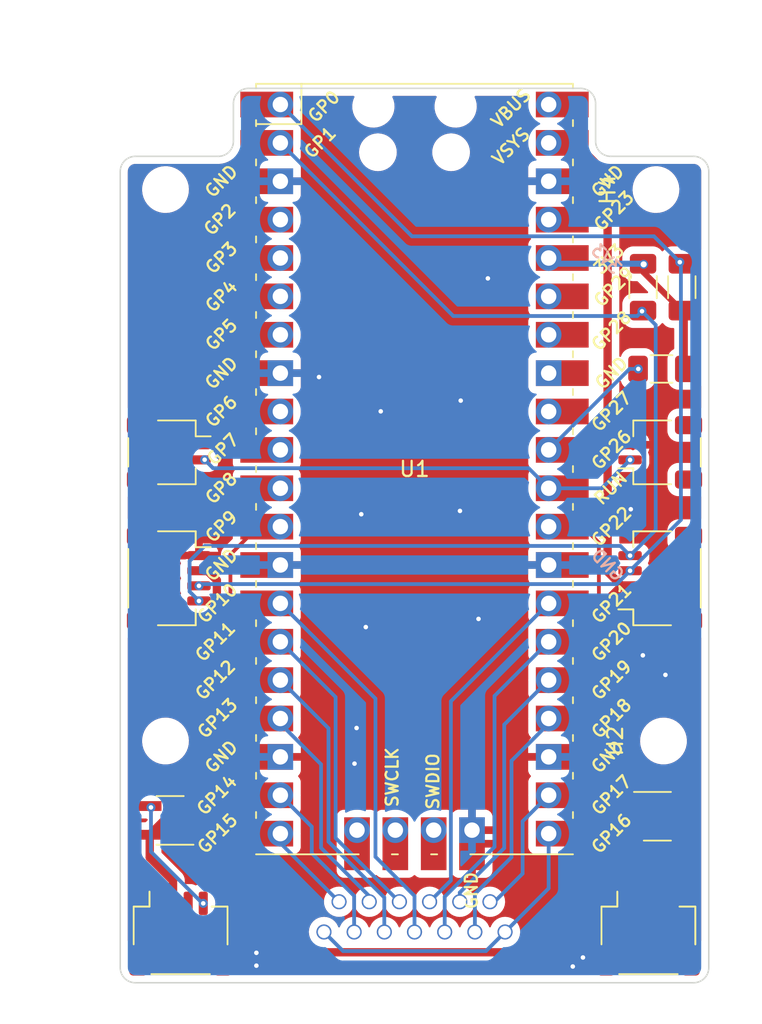
<source format=kicad_pcb>
(kicad_pcb (version 20211014) (generator pcbnew)
  (layers (0 "F.Cu" signal) (31 "B.Cu" signal) (34 "B.Paste" user) (35 "F.Paste" user) (36 "B.SilkS" user "B.Silkscreen") (37 "F.SilkS" user "F.Silkscreen") (38 "B.Mask" user) (39 "F.Mask" user) (44 "Edge.Cuts" user))
  (net 0 "")
  (net 9 "SWCLK")
  (net 10 "SWDIO")
  (net 11 "RGB_5v")
  (net 12 "SCL")
  (net 13 "SDA")
  (net 14 "VCC")
  (net 15 "GND")
  (net 16 "RGB")
  (net 17 "GP1")
  (net 18 "GP2")
  (net 19 "GP3")
  (net 20 "GP4")
  (net 21 "GP5")
  (net 22 "GP6")
  (net 23 "GP7")
  (net 24 "GP8")
  (net 25 "GP9")
  (net 26 "GP12")
  (net 27 "GP11")
  (net 28 "GP10")
  (net 29 "RUN")
  (net 33 "+3V3")
  (net 34 "Handness")
  (net 35 "RGB_5v_2")
  (net 36 "RGB2")
  (footprint "Connector_JST:JST_SH_SM04B-SRSS-TB_1x04-1MP_P1.00mm_Horizontal" (layer "F.Cu") (at 116.284 107.228 90)
    (fp_text reference "J1" hide)
    (fp_text value "Conn_01x04" hide)
    (fp_line (start -2.06 -1.785) (end -2.06 -2.775) (layer "F.SilkS") (width 0.12))
    (fp_line (start 3.11 0.715) (end 3.11 -1.785) (layer "F.SilkS") (width 0.12))
    (fp_line (start -3.11 -1.785) (end -2.06 -1.785) (layer "F.SilkS") (width 0.12))
    (fp_line (start -3.11 -1.785) (end -2.06 -1.785) (layer "F.SilkS") (width 0.12))
    (fp_line (start 3.11 -1.785) (end 2.06 -1.785) (layer "F.SilkS") (width 0.12))
    (fp_line (start 3.11 0.715) (end 3.11 -1.785) (layer "F.SilkS") (width 0.12))
    (fp_line (start -3.11 0.715) (end -3.11 -1.785) (layer "F.SilkS") (width 0.12))
    (fp_line (start -2.06 -1.785) (end -2.06 -2.775) (layer "F.SilkS") (width 0.12))
    (fp_line (start -1.94 2.685) (end 1.94 2.685) (layer "F.SilkS") (width 0.12))
    (fp_line (start 3.11 -1.785) (end 2.06 -1.785) (layer "F.SilkS") (width 0.12))
    (pad "1" smd roundrect (at -1.5 -2 90) (size 0.6 1.55) (layers "F.Cu" "F.Paste" "F.Mask") (net 15 "GND"))
    (pad "2" smd roundrect (at -0.5 -2 90) (size 0.6 1.55) (layers "F.Cu" "F.Paste" "F.Mask") (net 14 "VCC"))
    (pad "3" smd roundrect (at 0.5 -2 90) (size 0.6 1.55) (layers "F.Cu" "F.Paste" "F.Mask") (net 13 "SDA"))
    (pad "4" smd roundrect (at 1.5 -2 90) (size 0.6 1.55) (layers "F.Cu" "F.Paste" "F.Mask") (net 12 "SCL"))
    (pad "MP" smd roundrect (at -2.8 1.875 90) (size 1.2 1.8) (layers "F.Cu" "F.Paste" "F.Mask") (roundrect_rratio 0.208333))
    (pad "MP" smd roundrect (at 2.8 1.875 90) (size 1.2 1.8) (layers "F.Cu" "F.Paste" "F.Mask") (roundrect_rratio 0.208333))
    (pad "MP" smd roundrect (at 2.8 1.875 90) (size 1.2 1.8) (layers "F.Cu" "F.Paste" "F.Mask") (roundrect_rratio 0.208333))
    (pad "MP" smd roundrect (at -2.8 1.875 90) (size 1.2 1.8) (layers "F.Cu" "F.Paste" "F.Mask") (roundrect_rratio 0.208333))
  )
  (footprint "ergodash_controller:RPi_Pico_C" (layer "F.Cu") (at 100 100)
    (fp_text reference "U1" (at 0 0) (layer "F.SilkS"))
    (fp_text value "Pico")
    (fp_text user "3V3" (at 12.7 -13.9 -45) (layer "B.SilkS") (effects (font (size 0.8 0.8)) (justify mirror)))
    (fp_text user "GND" (at 12.8 6.35 -45) (layer "B.SilkS") (effects (font (size 0.8 0.8)) (justify mirror)))
    (fp_text user "GP13" (at -13.054 16.51 45) (layer "F.SilkS") (effects (font (size 0.8 0.8))))
    (fp_text user "GND" (at 12.8 19.05 45) (layer "F.SilkS") (effects (font (size 0.8 0.8))))
    (fp_text user "GND" (at -12.8 6.35 45) (layer "F.SilkS") (effects (font (size 0.8 0.8))))
    (fp_text user "RUN" (at 13 1.27 45) (layer "F.SilkS") (effects (font (size 0.8 0.8))))
    (fp_text user "GND" (at -12.8 19.05 45) (layer "F.SilkS") (effects (font (size 0.8 0.8))))
    (fp_text user "GP16" (at 13.054 24.13 45) (layer "F.SilkS") (effects (font (size 0.8 0.8))))
    (fp_text user "GND" (at 3.768 27.902 90) (layer "F.SilkS") (effects (font (size 0.8 0.8))))
    (fp_text user "GP19" (at 13.054 13.97 45) (layer "F.SilkS") (effects (font (size 0.8 0.8))))
    (fp_text user "GP21" (at 13.054 8.9 45) (layer "F.SilkS") (effects (font (size 0.8 0.8))))
    (fp_text user "VBUS" (at 6.401 -23.89 45) (layer "F.SilkS") (effects (font (size 0.8 0.8))))
    (fp_text user "GP4" (at -12.8 -11.43 45) (layer "F.SilkS") (effects (font (size 0.8 0.8))))
    (fp_text user "GP7" (at -12.7 -1.3 45) (layer "F.SilkS") (effects (font (size 0.8 0.8))))
    (fp_text user "GP2" (at -12.9 -16.51 45) (layer "F.SilkS") (effects (font (size 0.8 0.8))))
    (fp_text user "GP1" (at -6.258 -21.615 45) (layer "F.SilkS") (effects (font (size 0.8 0.8))))
    (fp_text user "3V3" (at 12.9 -13.9 45) (layer "F.SilkS") (effects (font (size 0.8 0.8))))
    (fp_text user "SWDIO" (at 1.218 20.673 90) (layer "F.SilkS") (effects (font (size 0.8 0.8))))
    (fp_text user "GP0" (at -6.001 -23.993 45) (layer "F.SilkS") (effects (font (size 0.8 0.8))))
    (fp_text user "GP5" (at -12.8 -8.89 45) (layer "F.SilkS") (effects (font (size 0.8 0.8))))
    (fp_text user "GP3" (at -12.8 -13.97 45) (layer "F.SilkS") (effects (font (size 0.8 0.8))))
    (fp_text user "GP23" (at 13.216 -17.074 45) (layer "F.SilkS") (effects (font (size 0.8 0.8))))
    (fp_text user "GP14" (at -13.1 21.59 45) (layer "F.SilkS") (effects (font (size 0.8 0.8))))
    (fp_text user "GP28" (at 13.054 -9.144 45) (layer "F.SilkS") (effects (font (size 0.8 0.8))))
    (fp_text user "GND" (at -12.8 -6.35 45) (layer "F.SilkS") (effects (font (size 0.8 0.8))))
    (fp_text user "GND" (at -12.8 -19.05 45) (layer "F.SilkS") (effects (font (size 0.8 0.8))))
    (fp_text user "GP29" (at 13.216 -12.053 45) (layer "F.SilkS") (effects (font (size 0.8 0.8))))
    (fp_text user "GP12" (at -13.2 13.97 45) (layer "F.SilkS") (effects (font (size 0.8 0.8))))
    (fp_text user "GP8" (at -12.8 1.27 45) (layer "F.SilkS") (effects (font (size 0.8 0.8))))
    (fp_text user "GP26" (at 13.054 -1.27 45) (layer "F.SilkS") (effects (font (size 0.8 0.8))))
    (fp_text user "GP17" (at 13.054 21.59 45) (layer "F.SilkS") (effects (font (size 0.8 0.8))))
    (fp_text user "GP20" (at 13.054 11.43 45) (layer "F.SilkS") (effects (font (size 0.8 0.8))))
    (fp_text user "VSYS" (at 6.401 -21.358 45) (layer "F.SilkS") (effects (font (size 0.8 0.8))))
    (fp_text user "GP9" (at -12.8 3.81 45) (layer "F.SilkS") (effects (font (size 0.8 0.8))))
    (fp_text user "GP10" (at -13.054 8.89 45) (layer "F.SilkS") (effects (font (size 0.8 0.8))))
    (fp_text user "GP15" (at -13.054 24.13 45) (layer "F.SilkS") (effects (font (size 0.8 0.8))))
    (fp_text user "GP11" (at -13.2 11.43 45) (layer "F.SilkS") (effects (font (size 0.8 0.8))))
    (fp_text user "GP18" (at 13.054 16.51 45) (layer "F.SilkS") (effects (font (size 0.8 0.8))))
    (fp_text user "GND" (at 13.054 -6.35 45) (layer "F.SilkS") (effects (font (size 0.8 0.8))))
    (fp_text user "GP27" (at 13.054 -3.8 45) (layer "F.SilkS") (effects (font (size 0.8 0.8))))
    (fp_text user "GND" (at 12.8 -19.05 45) (layer "F.SilkS") (effects (font (size 0.8 0.8))))
    (fp_text user "GP22" (at 13.054 3.81 45) (layer "F.SilkS") (effects (font (size 0.8 0.8))))
    (fp_text user "SWCLK" (at -1.482 20.399 90) (layer "F.SilkS") (effects (font (size 0.8 0.8))))
    (fp_text user "GP6" (at -12.8 -3.81 45) (layer "F.SilkS") (effects (font (size 0.8 0.8))))
    (fp_line (start 10.5 2.3) (end 10.5 2.7) (layer "F.SilkS") (width 0.12))
    (fp_line (start -10.5 -5.3) (end -10.5 -4.9) (layer "F.SilkS") (width 0.12))
    (fp_line (start 10.5 17.6) (end 10.5 18) (layer "F.SilkS") (width 0.12))
    (fp_line (start -10.5 17.6) (end -10.5 18) (layer "F.SilkS") (width 0.12))
    (fp_line (start 10.5 20.1) (end 10.5 20.5) (layer "F.SilkS") (width 0.12))
    (fp_line (start -10.5 15.1) (end -10.5 15.5) (layer "F.SilkS") (width 0.12))
    (fp_line (start 10.5 -23.1) (end 10.5 -22.7) (layer "F.SilkS") (width 0.12))
    (fp_line (start -10.5 -25.5) (end -10.5 -25.2) (layer "F.SilkS") (width 0.12))
    (fp_line (start 10.5 7.4) (end 10.5 7.8) (layer "F.SilkS") (width 0.12))
    (fp_line (start 10.5 15.1) (end 10.5 15.5) (layer "F.SilkS") (width 0.12))
    (fp_line (start -7.493 -22.833) (end -7.493 -25.5) (layer "F.SilkS") (width 0.12))
    (fp_line (start 10.5 -18) (end 10.5 -17.6) (layer "F.SilkS") (width 0.12))
    (fp_line (start 10.5 12.5) (end 10.5 12.9) (layer "F.SilkS") (width 0.12))
    (fp_line (start 10.5 22.7) (end 10.5 23.1) (layer "F.SilkS") (width 0.12))
    (fp_line (start 10.5 -12.9) (end 10.5 -12.5) (layer "F.SilkS") (width 0.12))
    (fp_line (start 10.5 -7.8) (end 10.5 -7.4) (layer "F.SilkS") (width 0.12))
    (fp_line (start 10.5 4.9) (end 10.5 5.3) (layer "F.SilkS") (width 0.12))
    (fp_line (start -10.5 -25.5) (end 10.5 -25.5) (layer "F.SilkS") (width 0.12))
    (fp_line (start -10.5 -0.2) (end -10.5 0.2) (layer "F.SilkS") (width 0.12))
    (fp_line (start -10.5 -2.7) (end -10.5 -2.3) (layer "F.SilkS") (width 0.12))
    (fp_line (start 10.5 10) (end 10.5 10.4) (layer "F.SilkS") (width 0.12))
    (fp_line (start 10.5 -15.4) (end 10.5 -15) (layer "F.SilkS") (width 0.12))
    (fp_line (start -3.7 25.5) (end -10.5 25.5) (layer "F.SilkS") (width 0.12))
    (fp_line (start -10.5 10) (end -10.5 10.4) (layer "F.SilkS") (width 0.12))
    (fp_line (start 10.5 25.5) (end 3.7 25.5) (layer "F.SilkS") (width 0.12))
    (fp_line (start -10.5 -20.5) (end -10.5 -20.1) (layer "F.SilkS") (width 0.12))
    (fp_line (start -10.5 -7.8) (end -10.5 -7.4) (layer "F.SilkS") (width 0.12))
    (fp_line (start 10.5 -10.4) (end 10.5 -10) (layer "F.SilkS") (width 0.12))
    (fp_line (start -10.5 -18) (end -10.5 -17.6) (layer "F.SilkS") (width 0.12))
    (fp_line (start -10.5 22.7) (end -10.5 23.1) (layer "F.SilkS") (width 0.12))
    (fp_line (start 10.5 -25.5) (end 10.5 -25.2) (layer "F.SilkS") (width 0.12))
    (fp_line (start -10.5 -15.4) (end -10.5 -15) (layer "F.SilkS") (width 0.12))
    (fp_line (start -10.5 -22.833) (end -7.493 -22.833) (layer "F.SilkS") (width 0.12))
    (fp_line (start -10.5 4.9) (end -10.5 5.3) (layer "F.SilkS") (width 0.12))
    (fp_line (start -10.5 -12.9) (end -10.5 -12.5) (layer "F.SilkS") (width 0.12))
    (fp_line (start 10.5 -2.7) (end 10.5 -2.3) (layer "F.SilkS") (width 0.12))
    (fp_line (start -10.5 7.4) (end -10.5 7.8) (layer "F.SilkS") (width 0.12))
    (fp_line (start -10.5 12.5) (end -10.5 12.9) (layer "F.SilkS") (width 0.12))
    (fp_line (start 10.5 -5.3) (end 10.5 -4.9) (layer "F.SilkS") (width 0.12))
    (fp_line (start -10.5 2.3) (end -10.5 2.7) (layer "F.SilkS") (width 0.12))
    (fp_line (start -1.5 25.5) (end -1.1 25.5) (layer "F.SilkS") (width 0.12))
    (fp_line (start 10.5 -20.5) (end 10.5 -20.1) (layer "F.SilkS") (width 0.12))
    (fp_line (start -10.5 -23.1) (end -10.5 -22.7) (layer "F.SilkS") (width 0.12))
    (fp_line (start -10.5 20.1) (end -10.5 20.5) (layer "F.SilkS") (width 0.12))
    (fp_line (start 10.5 -0.2) (end 10.5 0.2) (layer "F.SilkS") (width 0.12))
    (fp_line (start 1.1 25.5) (end 1.5 25.5) (layer "F.SilkS") (width 0.12))
    (fp_line (start -10.5 -10.4) (end -10.5 -10) (layer "F.SilkS") (width 0.12))
    (pad "" np_thru_hole oval (at 2.725 -24) (size 1.8 1.8) (drill 1.8) (layers *.Cu *.Mask))
    (pad "" np_thru_hole oval (at -2.425 -20.97) (size 1.5 1.5) (drill 1.5) (layers *.Cu *.Mask))
    (pad "" np_thru_hole oval (at 2.425 -20.97) (size 1.5 1.5) (drill 1.5) (layers *.Cu *.Mask))
    (pad "" np_thru_hole oval (at -2.725 -24) (size 1.8 1.8) (drill 1.8) (layers *.Cu *.Mask))
    (pad "1" smd rect (at -8.89 -24.13) (size 3.5 1.7) (drill (offset -0.9 0)) (layers "F.Cu" "F.Mask") (net 13 "SDA"))
    (pad "1" thru_hole oval (at -8.89 -24.13) (size 1.7 1.7) (drill 1.02) (layers *.Cu *.Mask) (net 13 "SDA"))
    (pad "2" thru_hole oval (at -8.89 -21.59) (size 1.7 1.7) (drill 1.02) (layers *.Cu *.Mask) (net 12 "SCL"))
    (pad "2" smd rect (at -8.89 -21.59) (size 3.5 1.7) (drill (offset -0.9 0)) (layers "F.Cu" "F.Mask") (net 12 "SCL"))
    (pad "3" smd rect (at -8.89 -19.05) (size 3.5 1.7) (drill (offset -0.9 0)) (layers "F.Cu" "F.Mask") (net 15 "GND"))
    (pad "3" thru_hole rect (at -8.89 -19.05) (size 1.7 1.7) (drill 1.02) (layers *.Cu *.Mask) (net 15 "GND"))
    (pad "4" smd rect (at -8.89 -16.51) (size 3.5 1.7) (drill (offset -0.9 0)) (layers "F.Cu" "F.Mask"))
    (pad "4" thru_hole oval (at -8.89 -16.51) (size 1.7 1.7) (drill 1.02) (layers *.Cu *.Mask))
    (pad "5" thru_hole oval (at -8.89 -13.97) (size 1.7 1.7) (drill 1.02) (layers *.Cu *.Mask))
    (pad "5" smd rect (at -8.89 -13.97) (size 3.5 1.7) (drill (offset -0.9 0)) (layers "F.Cu" "F.Mask"))
    (pad "6" thru_hole oval (at -8.89 -11.43) (size 1.7 1.7) (drill 1.02) (layers *.Cu *.Mask))
    (pad "6" smd rect (at -8.89 -11.43) (size 3.5 1.7) (drill (offset -0.9 0)) (layers "F.Cu" "F.Mask"))
    (pad "7" thru_hole oval (at -8.89 -8.89) (size 1.7 1.7) (drill 1.02) (layers *.Cu *.Mask))
    (pad "7" smd rect (at -8.89 -8.89) (size 3.5 1.7) (drill (offset -0.9 0)) (layers "F.Cu" "F.Mask"))
    (pad "8" thru_hole rect (at -8.89 -6.35) (size 1.7 1.7) (drill 1.02) (layers *.Cu *.Mask) (net 15 "GND"))
    (pad "8" smd rect (at -8.89 -6.35) (size 3.5 1.7) (drill (offset -0.9 0)) (layers "F.Cu" "F.Mask") (net 15 "GND"))
    (pad "9" thru_hole oval (at -8.89 -3.81) (size 1.7 1.7) (drill 1.02) (layers *.Cu *.Mask))
    (pad "9" smd rect (at -8.89 -3.81) (size 3.5 1.7) (drill (offset -0.9 0)) (layers "F.Cu" "F.Mask"))
    (pad "10" thru_hole oval (at -8.89 -1.27) (size 1.7 1.7) (drill 1.02) (layers *.Cu *.Mask))
    (pad "10" smd rect (at -8.89 -1.27) (size 3.5 1.7) (drill (offset -0.9 0)) (layers "F.Cu" "F.Mask"))
    (pad "11" smd rect (at -8.89 1.27) (size 3.5 1.7) (drill (offset -0.9 0)) (layers "F.Cu" "F.Mask"))
    (pad "11" thru_hole oval (at -8.89 1.27) (size 1.7 1.7) (drill 1.02) (layers *.Cu *.Mask))
    (pad "12" thru_hole oval (at -8.89 3.81) (size 1.7 1.7) (drill 1.02) (layers *.Cu *.Mask) (net 36 "RGB2"))
    (pad "12" smd rect (at -8.89 3.81) (size 3.5 1.7) (drill (offset -0.9 0)) (layers "F.Cu" "F.Mask") (net 36 "RGB2"))
    (pad "13" smd rect (at -8.89 6.35) (size 3.5 1.7) (drill (offset -0.9 0)) (layers "F.Cu" "F.Mask") (net 15 "GND"))
    (pad "13" thru_hole rect (at -8.89 6.35) (size 1.7 1.7) (drill 1.02) (layers *.Cu *.Mask) (net 15 "GND"))
    (pad "14" smd rect (at -8.89 8.89) (size 3.5 1.7) (drill (offset -0.9 0)) (layers "F.Cu" "F.Mask") (net 22 "GP6"))
    (pad "14" thru_hole oval (at -8.89 8.89) (size 1.7 1.7) (drill 1.02) (layers *.Cu *.Mask) (net 22 "GP6"))
    (pad "15" smd rect (at -8.89 11.43) (size 3.5 1.7) (drill (offset -0.9 0)) (layers "F.Cu" "F.Mask") (net 21 "GP5"))
    (pad "15" thru_hole oval (at -8.89 11.43) (size 1.7 1.7) (drill 1.02) (layers *.Cu *.Mask) (net 21 "GP5"))
    (pad "16" smd rect (at -8.89 13.97) (size 3.5 1.7) (drill (offset -0.9 0)) (layers "F.Cu" "F.Mask") (net 20 "GP4"))
    (pad "16" thru_hole oval (at -8.89 13.97) (size 1.7 1.7) (drill 1.02) (layers *.Cu *.Mask) (net 20 "GP4"))
    (pad "17" smd rect (at -8.89 16.51) (size 3.5 1.7) (drill (offset -0.9 0)) (layers "F.Cu" "F.Mask") (net 19 "GP3"))
    (pad "17" thru_hole oval (at -8.89 16.51) (size 1.7 1.7) (drill 1.02) (layers *.Cu *.Mask) (net 19 "GP3"))
    (pad "18" smd rect (at -8.89 19.05) (size 3.5 1.7) (drill (offset -0.9 0)) (layers "F.Cu" "F.Mask") (net 15 "GND"))
    (pad "18" thru_hole rect (at -8.89 19.05) (size 1.7 1.7) (drill 1.02) (layers *.Cu *.Mask) (net 15 "GND"))
    (pad "19" smd rect (at -8.89 21.59) (size 3.5 1.7) (drill (offset -0.9 0)) (layers "F.Cu" "F.Mask") (net 18 "GP2"))
    (pad "19" thru_hole oval (at -8.89 21.59) (size 1.7 1.7) (drill 1.02) (layers *.Cu *.Mask) (net 18 "GP2"))
    (pad "20" thru_hole oval (at -8.89 24.13) (size 1.7 1.7) (drill 1.02) (layers *.Cu *.Mask) (net 17 "GP1"))
    (pad "20" smd rect (at -8.89 24.13) (size 3.5 1.7) (drill (offset -0.9 0)) (layers "F.Cu" "F.Mask") (net 17 "GP1"))
    (pad "21" smd rect (at 8.89 24.13) (size 3.5 1.7) (drill (offset 0.9 0)) (layers "F.Cu" "F.Mask") (net 26 "GP12"))
    (pad "21" thru_hole oval (at 8.89 24.13) (size 1.7 1.7) (drill 1.02) (layers *.Cu *.Mask) (net 26 "GP12"))
    (pad "22" thru_hole oval (at 8.89 21.59) (size 1.7 1.7) (drill 1.02) (layers *.Cu *.Mask) (net 27 "GP11"))
    (pad "22" smd rect (at 8.89 21.59) (size 3.5 1.7) (drill (offset 0.9 0)) (layers "F.Cu" "F.Mask") (net 27 "GP11"))
    (pad "23" smd rect (at 8.89 19.05) (size 3.5 1.7) (drill (offset 0.9 0)) (layers "F.Cu" "F.Mask") (net 15 "GND"))
    (pad "23" thru_hole rect (at 8.89 19.05) (size 1.7 1.7) (drill 1.02) (layers *.Cu *.Mask) (net 15 "GND"))
    (pad "24" thru_hole oval (at 8.89 16.51) (size 1.7 1.7) (drill 1.02) (layers *.Cu *.Mask) (net 28 "GP10"))
    (pad "24" smd rect (at 8.89 16.51) (size 3.5 1.7) (drill (offset 0.9 0)) (layers "F.Cu" "F.Mask") (net 28 "GP10"))
    (pad "25" thru_hole oval (at 8.89 13.97) (size 1.7 1.7) (drill 1.02) (layers *.Cu *.Mask) (net 25 "GP9"))
    (pad "25" smd rect (at 8.89 13.97) (size 3.5 1.7) (drill (offset 0.9 0)) (layers "F.Cu" "F.Mask") (net 25 "GP9"))
    (pad "26" smd rect (at 8.89 11.43) (size 3.5 1.7) (drill (offset 0.9 0)) (layers "F.Cu" "F.Mask") (net 24 "GP8"))
    (pad "26" thru_hole oval (at 8.89 11.43) (size 1.7 1.7) (drill 1.02) (layers *.Cu *.Mask) (net 24 "GP8"))
    (pad "27" thru_hole oval (at 8.89 8.89) (size 1.7 1.7) (drill 1.02) (layers *.Cu *.Mask) (net 23 "GP7"))
    (pad "27" smd rect (at 8.89 8.89) (size 3.5 1.7) (drill (offset 0.9 0)) (layers "F.Cu" "F.Mask") (net 23 "GP7"))
    (pad "28" smd rect (at 8.89 6.35) (size 3.5 1.7) (drill (offset 0.9 0)) (layers "F.Cu" "F.Mask") (net 15 "GND"))
    (pad "28" thru_hole rect (at 8.89 6.35) (size 1.7 1.7) (drill 1.02) (layers *.Cu *.Mask) (net 15 "GND"))
    (pad "29" thru_hole oval (at 8.89 3.81) (size 1.7 1.7) (drill 1.02) (layers *.Cu *.Mask) (net 16 "RGB"))
    (pad "29" smd rect (at 8.89 3.81) (size 3.5 1.7) (drill (offset 0.9 0)) (layers "F.Cu" "F.Mask") (net 16 "RGB"))
    (pad "30" smd rect (at 8.89 1.27) (size 3.5 1.7) (drill (offset 0.9 0)) (layers "F.Cu" "F.Mask") (net 29 "RUN"))
    (pad "30" thru_hole oval (at 8.89 1.27) (size 1.7 1.7) (drill 1.02) (layers *.Cu *.Mask) (net 29 "RUN"))
    (pad "31" smd rect (at 8.89 -1.27) (size 3.5 1.7) (drill (offset 0.9 0)) (layers "F.Cu" "F.Mask") (net 34 "Handness"))
    (pad "31" thru_hole oval (at 8.89 -1.27) (size 1.7 1.7) (drill 1.02) (layers *.Cu *.Mask) (net 34 "Handness"))
    (pad "32" smd rect (at 8.89 -3.81) (size 3.5 1.7) (drill (offset 0.9 0)) (layers "F.Cu" "F.Mask"))
    (pad "32" thru_hole oval (at 8.89 -3.81) (size 1.7 1.7) (drill 1.02) (layers *.Cu *.Mask))
    (pad "33" smd rect (at 8.89 -6.35) (size 3.5 1.7) (drill (offset 0.9 0)) (layers "F.Cu" "F.Mask"))
    (pad "33" thru_hole rect (at 8.89 -6.35) (size 1.7 1.7) (drill 1.02) (layers *.Cu *.Mask))
    (pad "34" smd rect (at 8.89 -8.89) (size 3.5 1.7) (drill (offset 0.9 0)) (layers "F.Cu" "F.Mask"))
    (pad "34" thru_hole oval (at 8.89 -8.89) (size 1.7 1.7) (drill 1.02) (layers *.Cu *.Mask))
    (pad "35" smd rect (at 8.89 -11.43) (size 3.5 1.7) (drill (offset 0.9 0)) (layers "F.Cu" "F.Mask"))
    (pad "35" thru_hole oval (at 8.89 -11.43) (size 1.7 1.7) (drill 1.02) (layers *.Cu *.Mask))
    (pad "36" smd rect (at 8.89 -13.97) (size 3.5 1.7) (drill (offset 0.9 0)) (layers "F.Cu" "F.Mask") (net 33 "+3V3"))
    (pad "36" thru_hole oval (at 8.89 -13.97) (size 1.7 1.7) (drill 1.02) (layers *.Cu *.Mask) (net 33 "+3V3"))
    (pad "37" thru_hole oval (at 8.89 -16.51) (size 1.7 1.7) (drill 1.02) (layers *.Cu *.Mask))
    (pad "37" smd rect (at 8.89 -16.51) (size 3.5 1.7) (drill (offset 0.9 0)) (layers "F.Cu" "F.Mask"))
    (pad "38" thru_hole rect (at 8.89 -19.05) (size 1.7 1.7) (drill 1.02) (layers *.Cu *.Mask) (net 15 "GND"))
    (pad "38" smd rect (at 8.89 -19.05) (size 3.5 1.7) (drill (offset 0.9 0)) (layers "F.Cu" "F.Mask") (net 15 "GND"))
    (pad "39" thru_hole oval (at 8.89 -21.59) (size 1.7 1.7) (drill 1.02) (layers *.Cu *.Mask) (net 14 "VCC"))
    (pad "39" smd rect (at 8.89 -21.59) (size 3.5 1.7) (drill (offset 0.9 0)) (layers "F.Cu" "F.Mask") (net 14 "VCC"))
    (pad "40" smd rect (at 8.89 -24.13) (size 3.5 1.7) (drill (offset 0.9 0)) (layers "F.Cu" "F.Mask"))
    (pad "40" thru_hole oval (at 8.89 -24.13) (size 1.7 1.7) (drill 1.02) (layers *.Cu *.Mask))
    (pad "41" smd rect (at 1.27 23.9 90) (size 3.5 1.7) (drill (offset -0.9 0)) (layers "F.Cu" "F.Mask") (net 9 "SWCLK"))
    (pad "41" thru_hole oval (at 1.27 23.9) (size 1.7 1.7) (drill 1.02) (layers *.Cu *.Mask) (net 9 "SWCLK"))
    (pad "42" smd rect (at 3.81 23.9 90) (size 3.5 1.7) (drill (offset -0.9 0)) (layers "F.Cu" "F.Mask") (net 15 "GND"))
    (pad "42" thru_hole rect (at 3.81 23.9) (size 1.7 1.7) (drill 1.02) (layers *.Cu *.Mask) (net 15 "GND"))
    (pad "43" thru_hole oval (at -1.27 23.9) (size 1.7 1.7) (drill 1.02) (layers *.Cu *.Mask) (net 10 "SWDIO"))
    (pad "43" smd rect (at -1.27 23.9 90) (size 3.5 1.7) (drill (offset -0.9 0)) (layers "F.Cu" "F.Mask") (net 10 "SWDIO"))
    (pad "44" smd rect (at -3.81 23.9 90) (size 3.5 1.7) (drill (offset -0.9 0)) (layers "F.Cu" "F.Mask"))
    (pad "44" thru_hole oval (at -3.81 23.9) (size 1.7 1.7) (drill 1.02) (layers *.Cu *.Mask))
  )
  (footprint "MountingHole:MountingHole_2.1mm" (layer "F.Cu") (at 83.5 118 90)
    (fp_text reference "H1" hide)
    (fp_text value "MountingHole" hide)
    (pad "" np_thru_hole circle (at 0 0 90) (size 2.1 2.1) (drill 2.1) (layers *.Cu *.Mask))
  )
  (footprint "Package_TO_SOT_SMD:SOT-23-5_HandSoldering" (layer "F.Cu") (at 83.804 123.254 180)
    (fp_text reference "U2" hide)
    (fp_text value "74AHCT1G125" hide)
    (fp_line (start -0.9 1.61) (end 0.9 1.61) (layer "F.SilkS") (width 0.12))
    (fp_line (start 0.9 -1.61) (end -1.55 -1.61) (layer "F.SilkS") (width 0.12))
    (pad "1" smd rect (at -1.35 -0.95 180) (size 1.56 0.65) (layers "F.Cu" "F.Paste" "F.Mask") (net 15 "GND"))
    (pad "2" smd rect (at -1.35 0 180) (size 1.56 0.65) (layers "F.Cu" "F.Paste" "F.Mask") (net 36 "RGB2"))
    (pad "3" smd rect (at -1.35 0.95 180) (size 1.56 0.65) (layers "F.Cu" "F.Paste" "F.Mask") (net 15 "GND"))
    (pad "4" smd rect (at 1.35 0.95 180) (size 1.56 0.65) (layers "F.Cu" "F.Paste" "F.Mask") (net 35 "RGB_5v_2"))
    (pad "5" smd rect (at 1.35 -0.95 180) (size 1.56 0.65) (layers "F.Cu" "F.Paste" "F.Mask") (net 14 "VCC"))
  )
  (footprint "Resistor_SMD:R_1206_3216Metric_Pad1.30x1.75mm_HandSolder" (layer "F.Cu") (at 117.713 87.96 90)
    (fp_text reference "R1" hide)
    (fp_text value "R" hide)
    (fp_line (start -0.727064 -0.91) (end 0.727064 -0.91) (layer "F.SilkS") (width 0.12))
    (fp_line (start -0.727064 0.91) (end 0.727064 0.91) (layer "F.SilkS") (width 0.12))
    (pad "1" smd roundrect (at -1.55 0 90) (size 1.3 1.75) (layers "F.Cu" "F.Paste" "F.Mask") (roundrect_rratio 0.192308) (net 33 "+3V3"))
    (pad "2" smd roundrect (at 1.55 0 90) (size 1.3 1.75) (layers "F.Cu" "F.Paste" "F.Mask") (roundrect_rratio 0.192308) (net 13 "SDA"))
  )
  (footprint "MountingHole:MountingHole_2.1mm" (layer "F.Cu") (at 83.5 81.5 90)
    (fp_text reference "H3" hide)
    (fp_text value "MountingHole" hide)
    (pad "" np_thru_hole circle (at 0 0 90) (size 2.1 2.1) (drill 2.1) (layers *.Cu *.Mask))
  )
  (footprint "MountingHole:MountingHole_2.1mm" (layer "F.Cu") (at 116.5 118 90)
    (fp_text reference "H2" (at 0 -3.2 90) (layer "F.SilkS"))
    (fp_text value "MountingHole" hide)
    (pad "" np_thru_hole circle (at 0 0 90) (size 2.1 2.1) (drill 2.1) (layers *.Cu *.Mask))
  )
  (footprint "Connector_JST:JST_SH_SM02B-SRSS-TB_1x02-1MP_P1.00mm_Horizontal" (layer "F.Cu") (at 116.284 98.893 90)
    (fp_text reference "J6" hide)
    (fp_text value "Conn_01x02" hide)
    (fp_line (start -2.11 -1.785) (end -1.06 -1.785) (layer "F.SilkS") (width 0.12))
    (fp_line (start -0.94 2.685) (end 0.94 2.685) (layer "F.SilkS") (width 0.12))
    (fp_line (start -1.06 -1.785) (end -1.06 -2.775) (layer "F.SilkS") (width 0.12))
    (fp_line (start 2.11 0.715) (end 2.11 -1.785) (layer "F.SilkS") (width 0.12))
    (fp_line (start -2.11 0.715) (end -2.11 -1.785) (layer "F.SilkS") (width 0.12))
    (fp_line (start 2.11 -1.785) (end 1.06 -1.785) (layer "F.SilkS") (width 0.12))
    (pad "1" smd roundrect (at -0.5 -2 90) (size 0.6 1.55) (layers "F.Cu" "F.Paste" "F.Mask") (net 29 "RUN"))
    (pad "2" smd roundrect (at 0.5 -2 90) (size 0.6 1.55) (layers "F.Cu" "F.Paste" "F.Mask") (net 15 "GND"))
    (pad "MP" smd roundrect (at -1.8 1.875 90) (size 1.2 1.8) (layers "F.Cu" "F.Paste" "F.Mask") (roundrect_rratio 0.208333))
    (pad "MP" smd roundrect (at 1.8 1.875 90) (size 1.2 1.8) (layers "F.Cu" "F.Paste" "F.Mask") (roundrect_rratio 0.208333))
  )
  (footprint "MountingHole:MountingHole_2.1mm" (layer "F.Cu") (at 116 81.5 90)
    (fp_text reference "H4" (at 0 -3.2 90) (layer "F.SilkS"))
    (fp_text value "MountingHole" hide)
    (pad "" np_thru_hole circle (at 0 0 90) (size 2.1 2.1) (drill 2.1) (layers *.Cu *.Mask))
  )
  (footprint "Connector_JST:JST_SH_SM04B-SRSS-TB_1x04-1MP_P1.00mm_Horizontal" (layer "F.Cu") (at 84.5 130.745)
    (fp_text reference "J3" hide)
    (fp_text value "Conn_01x04" hide)
    (fp_line (start -2.06 -1.785) (end -2.06 -2.775) (layer "F.SilkS") (width 0.12))
    (fp_line (start 3.11 0.715) (end 3.11 -1.785) (layer "F.SilkS") (width 0.12))
    (fp_line (start -3.11 -1.785) (end -2.06 -1.785) (layer "F.SilkS") (width 0.12))
    (fp_line (start -1.94 2.685) (end 1.94 2.685) (layer "F.SilkS") (width 0.12))
    (fp_line (start 3.11 0.715) (end 3.11 -1.785) (layer "F.SilkS") (width 0.12))
    (fp_line (start -3.11 0.715) (end -3.11 -1.785) (layer "F.SilkS") (width 0.12))
    (fp_line (start -3.11 -1.785) (end -2.06 -1.785) (layer "F.SilkS") (width 0.12))
    (fp_line (start -2.06 -1.785) (end -2.06 -2.775) (layer "F.SilkS") (width 0.12))
    (fp_line (start 3.11 -1.785) (end 2.06 -1.785) (layer "F.SilkS") (width 0.12))
    (fp_line (start 3.11 -1.785) (end 2.06 -1.785) (layer "F.SilkS") (width 0.12))
    (pad "1" smd roundrect (at -1.5 -2) (size 0.6 1.55) (layers "F.Cu" "F.Paste" "F.Mask") (net 15 "GND"))
    (pad "2" smd roundrect (at -0.5 -2) (size 0.6 1.55) (layers "F.Cu" "F.Paste" "F.Mask") (net 14 "VCC"))
    (pad "3" smd roundrect (at 0.5 -2) (size 0.6 1.55) (layers "F.Cu" "F.Paste" "F.Mask") (net 14 "VCC"))
    (pad "4" smd roundrect (at 1.5 -2) (size 0.6 1.55) (layers "F.Cu" "F.Paste" "F.Mask") (net 35 "RGB_5v_2"))
    (pad "MP" smd roundrect (at 2.8 1.875) (size 1.2 1.8) (layers "F.Cu" "F.Paste" "F.Mask") (roundrect_rratio 0.208333))
    (pad "MP" smd roundrect (at 2.8 1.875) (size 1.2 1.8) (layers "F.Cu" "F.Paste" "F.Mask") (roundrect_rratio 0.208333))
    (pad "MP" smd roundrect (at -2.8 1.875) (size 1.2 1.8) (layers "F.Cu" "F.Paste" "F.Mask") (roundrect_rratio 0.208333))
    (pad "MP" smd roundrect (at -2.8 1.875) (size 1.2 1.8) (layers "F.Cu" "F.Paste" "F.Mask") (roundrect_rratio 0.208333))
  )
  (footprint "Connector_JST:JST_SH_SM04B-SRSS-TB_1x04-1MP_P1.00mm_Horizontal" (layer "F.Cu") (at 115.5 130.745)
    (fp_text reference "J2" hide)
    (fp_text value "Conn_01x04" hide)
    (fp_line (start 3.11 -1.785) (end 2.06 -1.785) (layer "F.SilkS") (width 0.12))
    (fp_line (start -3.11 0.715) (end -3.11 -1.785) (layer "F.SilkS") (width 0.12))
    (fp_line (start -1.94 2.685) (end 1.94 2.685) (layer "F.SilkS") (width 0.12))
    (fp_line (start 3.11 0.715) (end 3.11 -1.785) (layer "F.SilkS") (width 0.12))
    (fp_line (start -3.11 -1.785) (end -2.06 -1.785) (layer "F.SilkS") (width 0.12))
    (fp_line (start -2.06 -1.785) (end -2.06 -2.775) (layer "F.SilkS") (width 0.12))
    (fp_line (start 3.11 0.715) (end 3.11 -1.785) (layer "F.SilkS") (width 0.12))
    (fp_line (start 3.11 -1.785) (end 2.06 -1.785) (layer "F.SilkS") (width 0.12))
    (fp_line (start -3.11 -1.785) (end -2.06 -1.785) (layer "F.SilkS") (width 0.12))
    (fp_line (start -2.06 -1.785) (end -2.06 -2.775) (layer "F.SilkS") (width 0.12))
    (pad "1" smd roundrect (at -1.5 -2) (size 0.6 1.55) (layers "F.Cu" "F.Paste" "F.Mask") (net 15 "GND"))
    (pad "2" smd roundrect (at -0.5 -2) (size 0.6 1.55) (layers "F.Cu" "F.Paste" "F.Mask") (net 14 "VCC"))
    (pad "3" smd roundrect (at 0.5 -2) (size 0.6 1.55) (layers "F.Cu" "F.Paste" "F.Mask") (net 14 "VCC"))
    (pad "4" smd roundrect (at 1.5 -2) (size 0.6 1.55) (layers "F.Cu" "F.Paste" "F.Mask") (net 11 "RGB_5v"))
    (pad "MP" smd roundrect (at 2.8 1.875) (size 1.2 1.8) (layers "F.Cu" "F.Paste" "F.Mask") (roundrect_rratio 0.208333))
    (pad "MP" smd roundrect (at -2.8 1.875) (size 1.2 1.8) (layers "F.Cu" "F.Paste" "F.Mask") (roundrect_rratio 0.208333))
    (pad "MP" smd roundrect (at 2.8 1.875) (size 1.2 1.8) (layers "F.Cu" "F.Paste" "F.Mask") (roundrect_rratio 0.208333))
    (pad "MP" smd roundrect (at -2.8 1.875) (size 1.2 1.8) (layers "F.Cu" "F.Paste" "F.Mask") (roundrect_rratio 0.208333))
  )
  (footprint "Resistor_SMD:R_1206_3216Metric_Pad1.30x1.75mm_HandSolder" (layer "F.Cu") (at 115.145 87.96 -90)
    (fp_text reference "R2" hide)
    (fp_text value "R")
    (fp_line (start -0.727064 0.91) (end 0.727064 0.91) (layer "F.SilkS") (width 0.12))
    (fp_line (start -0.727064 -0.91) (end 0.727064 -0.91) (layer "F.SilkS") (width 0.12))
    (pad "1" smd roundrect (at -1.55 0 270) (size 1.3 1.75) (layers "F.Cu" "F.Paste" "F.Mask") (roundrect_rratio 0.192308) (net 33 "+3V3"))
    (pad "2" smd roundrect (at 1.55 0 270) (size 1.3 1.75) (layers "F.Cu" "F.Paste" "F.Mask") (roundrect_rratio 0.192308) (net 12 "SCL"))
  )
  (footprint "Connector_JST:JST_SH_SM02B-SRSS-TB_1x02-1MP_P1.00mm_Horizontal" (layer "F.Cu") (at 83.716 98.893 -90)
    (fp_text reference "J7" hide)
    (fp_text value "Conn_01x02" hide)
    (fp_line (start -2.11 0.715) (end -2.11 -1.785) (layer "F.SilkS") (width 0.12))
    (fp_line (start -0.94 2.685) (end 0.94 2.685) (layer "F.SilkS") (width 0.12))
    (fp_line (start -1.06 -1.785) (end -1.06 -2.775) (layer "F.SilkS") (width 0.12))
    (fp_line (start -2.11 -1.785) (end -1.06 -1.785) (layer "F.SilkS") (width 0.12))
    (fp_line (start 2.11 0.715) (end 2.11 -1.785) (layer "F.SilkS") (width 0.12))
    (fp_line (start 2.11 -1.785) (end 1.06 -1.785) (layer "F.SilkS") (width 0.12))
    (pad "1" smd roundrect (at -0.5 -2 270) (size 0.6 1.55) (layers "F.Cu" "F.Paste" "F.Mask") (net 15 "GND"))
    (pad "2" smd roundrect (at 0.5 -2 270) (size 0.6 1.55) (layers "F.Cu" "F.Paste" "F.Mask") (net 29 "RUN"))
    (pad "MP" smd roundrect (at -1.8 1.875 270) (size 1.2 1.8) (layers "F.Cu" "F.Paste" "F.Mask") (roundrect_rratio 0.208333))
    (pad "MP" smd roundrect (at 1.8 1.875 270) (size 1.2 1.8) (layers "F.Cu" "F.Paste" "F.Mask") (roundrect_rratio 0.208333))
  )
  (footprint "Resistor_SMD:R_1206_3216Metric_Pad1.30x1.75mm_HandSolder" (layer "F.Cu") (at 116.364 93.371)
    (fp_text reference "R3" hide)
    (fp_text value "R")
    (fp_line (start -0.727064 0.91) (end 0.727064 0.91) (layer "F.SilkS") (width 0.12))
    (fp_line (start -0.727064 -0.91) (end 0.727064 -0.91) (layer "F.SilkS") (width 0.12))
    (pad "1" smd roundrect (at -1.55 0) (size 1.3 1.75) (layers "F.Cu" "F.Paste" "F.Mask") (roundrect_rratio 0.192308) (net 34 "Handness"))
    (pad "2" smd roundrect (at 1.55 0) (size 1.3 1.75) (layers "F.Cu" "F.Paste" "F.Mask") (roundrect_rratio 0.192308) (net 33 "+3V3"))
  )
  (footprint "Package_TO_SOT_SMD:SOT-23-5_HandSoldering" (layer "F.Cu") (at 116.093 122.981)
    (fp_text reference "U3" hide)
    (fp_text value "74AHCT1G125" hide)
    (fp_line (start 0.9 -1.61) (end -1.55 -1.61) (layer "F.SilkS") (width 0.12))
    (fp_line (start -0.9 1.61) (end 0.9 1.61) (layer "F.SilkS") (width 0.12))
    (pad "1" smd rect (at -1.35 -0.95) (size 1.56 0.65) (layers "F.Cu" "F.Paste" "F.Mask") (net 15 "GND"))
    (pad "2" smd rect (at -1.35 0) (size 1.56 0.65) (layers "F.Cu" "F.Paste" "F.Mask") (net 16 "RGB"))
    (pad "3" smd rect (at -1.35 0.95) (size 1.56 0.65) (layers "F.Cu" "F.Paste" "F.Mask") (net 15 "GND"))
    (pad "4" smd rect (at 1.35 0.95) (size 1.56 0.65) (layers "F.Cu" "F.Paste" "F.Mask") (net 11 "RGB_5v"))
    (pad "5" smd rect (at 1.35 -0.95) (size 1.56 0.65) (layers "F.Cu" "F.Paste" "F.Mask") (net 14 "VCC"))
  )
  (footprint "Connector_JST:JST_SH_SM04B-SRSS-TB_1x04-1MP_P1.00mm_Horizontal" (layer "F.Cu") (at 83.716 107.228 -90)
    (fp_text reference "J5" hide)
    (fp_text value "Conn_01x04" hide)
    (fp_line (start -3.11 -1.785) (end -2.06 -1.785) (layer "F.SilkS") (width 0.12))
    (fp_line (start 3.11 -1.785) (end 2.06 -1.785) (layer "F.SilkS") (width 0.12))
    (fp_line (start 3.11 -1.785) (end 2.06 -1.785) (layer "F.SilkS") (width 0.12))
    (fp_line (start -3.11 0.715) (end -3.11 -1.785) (layer "F.SilkS") (width 0.12))
    (fp_line (start -2.06 -1.785) (end -2.06 -2.775) (layer "F.SilkS") (width 0.12))
    (fp_line (start 3.11 0.715) (end 3.11 -1.785) (layer "F.SilkS") (width 0.12))
    (fp_line (start 3.11 0.715) (end 3.11 -1.785) (layer "F.SilkS") (width 0.12))
    (fp_line (start -3.11 -1.785) (end -2.06 -1.785) (layer "F.SilkS") (width 0.12))
    (fp_line (start -1.94 2.685) (end 1.94 2.685) (layer "F.SilkS") (width 0.12))
    (fp_line (start -2.06 -1.785) (end -2.06 -2.775) (layer "F.SilkS") (width 0.12))
    (pad "1" smd roundrect (at -1.5 -2 270) (size 0.6 1.55) (layers "F.Cu" "F.Paste" "F.Mask") (net 15 "GND"))
    (pad "2" smd roundrect (at -0.5 -2 270) (size 0.6 1.55) (layers "F.Cu" "F.Paste" "F.Mask") (net 14 "VCC"))
    (pad "3" smd roundrect (at 0.5 -2 270) (size 0.6 1.55) (layers "F.Cu" "F.Paste" "F.Mask") (net 13 "SDA"))
    (pad "4" smd roundrect (at 1.5 -2 270) (size 0.6 1.55) (layers "F.Cu" "F.Paste" "F.Mask") (net 12 "SCL"))
    (pad "MP" smd roundrect (at -2.8 1.875 270) (size 1.2 1.8) (layers "F.Cu" "F.Paste" "F.Mask") (roundrect_rratio 0.208333))
    (pad "MP" smd roundrect (at 2.8 1.875 270) (size 1.2 1.8) (layers "F.Cu" "F.Paste" "F.Mask") (roundrect_rratio 0.208333))
    (pad "MP" smd roundrect (at -2.8 1.875 270) (size 1.2 1.8) (layers "F.Cu" "F.Paste" "F.Mask") (roundrect_rratio 0.208333))
    (pad "MP" smd roundrect (at 2.8 1.875 270) (size 1.2 1.8) (layers "F.Cu" "F.Paste" "F.Mask") (roundrect_rratio 0.208333))
  )
  (footprint "ergodash_controller:HDGC_1.0K-J-12PW" (layer "B.Cu") (at 100 128.64)
    (fp_text reference "J4" hide)
    (fp_text value "Conn_01x12")
    (pad "1" thru_hole circle (at -5 0 180) (size 1 1) (drill 0.8) (layers *.Cu *.Mask) (net 17 "GP1"))
    (pad "2" thru_hole circle (at -4 2 180) (size 1 1) (drill 0.8) (layers *.Cu *.Mask) (net 18 "GP2"))
    (pad "3" thru_hole circle (at -3 0 180) (size 1 1) (drill 0.8) (layers *.Cu *.Mask) (net 19 "GP3"))
    (pad "4" thru_hole circle (at -2 2 180) (size 1 1) (drill 0.8) (layers *.Cu *.Mask) (net 20 "GP4"))
    (pad "5" thru_hole circle (at -1 0 180) (size 1 1) (drill 0.8) (layers *.Cu *.Mask) (net 21 "GP5"))
    (pad "6" thru_hole circle (at 0 2 180) (size 1 1) (drill 0.8) (layers *.Cu *.Mask) (net 22 "GP6"))
    (pad "7" thru_hole circle (at 1 0 180) (size 1 1) (drill 0.8) (layers *.Cu *.Mask) (net 23 "GP7"))
    (pad "8" thru_hole circle (at 2 2 180) (size 1 1) (drill 0.8) (layers *.Cu *.Mask) (net 24 "GP8"))
    (pad "9" thru_hole circle (at 3 0 180) (size 1 1) (drill 0.8) (layers *.Cu *.Mask) (net 25 "GP9"))
    (pad "10" thru_hole circle (at 4 2 180) (size 1 1) (drill 0.8) (layers *.Cu *.Mask) (net 28 "GP10"))
    (pad "11" thru_hole circle (at 5 0 180) (size 1 1) (drill 0.8) (layers *.Cu *.Mask) (net 27 "GP11"))
    (pad "12" thru_hole circle (at -6 2 180) (size 1 1) (drill 0.8) (layers *.Cu *.Mask) (net 26 "GP12"))
    (pad "12" thru_hole circle (at 6 2 180) (size 1 1) (drill 0.8) (layers *.Cu *.Mask) (net 26 "GP12"))
  )
  (gr_arc (start 119.5 133) (mid 119.207107 133.707107) (end 118.5 134) (layer "Edge.Cuts") (width 0.1))
  (gr_arc (start 118.5 79.3) (mid 119.207107 79.592893) (end 119.5 80.3) (layer "Edge.Cuts") (width 0.1))
  (gr_line (start 88 75.8) (end 88 78.3) (layer "Edge.Cuts") (width 0.1))
  (gr_line (start 119.5 133) (end 119.5 80.3) (layer "Edge.Cuts") (width 0.1))
  (gr_line (start 80.5 133) (end 80.5 80.3) (layer "Edge.Cuts") (width 0.1))
  (gr_arc (start 81.5 134) (mid 80.792893 133.707107) (end 80.5 133) (layer "Edge.Cuts") (width 0.1))
  (gr_line (start 89 74.8) (end 111 74.8) (layer "Edge.Cuts") (width 0.1))
  (gr_arc (start 111 74.8) (mid 111.707107 75.092893) (end 112 75.8) (layer "Edge.Cuts") (width 0.1))
  (gr_arc (start 88 75.8) (mid 88.292893 75.092893) (end 89 74.8) (layer "Edge.Cuts") (width 0.1))
  (gr_line (start 113 79.3) (end 118.5 79.3) (layer "Edge.Cuts") (width 0.1))
  (gr_arc (start 88 78.3) (mid 87.707107 79.007107) (end 87 79.3) (layer "Edge.Cuts") (width 0.1))
  (gr_arc (start 80.5 80.3) (mid 80.792893 79.592893) (end 81.5 79.3) (layer "Edge.Cuts") (width 0.1))
  (gr_line (start 87 79.3) (end 81.5 79.3) (layer "Edge.Cuts") (width 0.1))
  (gr_line (start 112 75.8) (end 112 78.3) (layer "Edge.Cuts") (width 0.1))
  (gr_line (start 81.5 134) (end 118.5 134) (layer "Edge.Cuts") (width 0.1))
  (gr_arc (start 113 79.3) (mid 112.292893 79.007107) (end 112 78.3) (layer "Edge.Cuts") (width 0.1))
  (segment (start 117 128.745) (end 117.443 128.302) (width 0.25) (layer "F.Cu") (net 11))
  (segment (start 117.443 128.302) (end 117.443 123.931) (width 0.25) (layer "F.Cu") (net 11))
  (via (at 115.075 89.553) (size 0.6) (drill 0.3) (layers "F.Cu" "B.Cu") (net 12))
  (via (at 85.716 108.728) (size 0.6) (drill 0.3) (layers "F.Cu" "B.Cu") (net 12))
  (via (at 114.284 105.728) (size 0.6) (drill 0.3) (layers "F.Cu" "B.Cu") (net 12))
  (segment (start 86.1 105.087) (end 85.096 106.091) (width 0.25) (layer "B.Cu") (net 12))
  (segment (start 85.096 108.108) (end 85.716 108.728) (width 0.25) (layer "B.Cu") (net 12))
  (segment (start 102.569 89.869) (end 91.11 78.41) (width 0.25) (layer "B.Cu") (net 12))
  (segment (start 114.759 89.869) (end 102.569 89.869) (width 0.25) (layer "B.Cu") (net 12))
  (segment (start 115.983 104.029) (end 115.983 90.461) (width 0.25) (layer "B.Cu") (net 12))
  (segment (start 113.643 105.087) (end 86.1 105.087) (width 0.25) (layer "B.Cu") (net 12))
  (segment (start 85.096 106.091) (end 85.096 108.108) (width 0.25) (layer "B.Cu") (net 12))
  (segment (start 114.284 105.728) (end 113.643 105.087) (width 0.25) (layer "B.Cu") (net 12))
  (segment (start 115.983 90.461) (end 115.075 89.553) (width 0.25) (layer "B.Cu") (net 12))
  (segment (start 114.284 105.728) (end 115.983 104.029) (width 0.25) (layer "B.Cu") (net 12))
  (segment (start 115.075 89.553) (end 114.759 89.869) (width 0.25) (layer "B.Cu") (net 12))
  (via (at 117.581 86.304) (size 0.6) (drill 0.3) (layers "F.Cu" "B.Cu") (net 13))
  (via (at 85.716 107.728) (size 0.6) (drill 0.3) (layers "F.Cu" "B.Cu") (net 13))
  (via (at 114.284 106.728) (size 0.6) (drill 0.3) (layers "F.Cu" "B.Cu") (net 13))
  (segment (start 85.716 107.728) (end 85.831 107.613) (width 0.25) (layer "B.Cu") (net 13))
  (segment (start 117.653 86.376) (end 117.581 86.304) (width 0.25) (layer "B.Cu") (net 13))
  (segment (start 115.868511 84.591511) (end 99.831511 84.591511) (width 0.25) (layer "B.Cu") (net 13))
  (segment (start 113.399 107.613) (end 114.284 106.728) (width 0.25) (layer "B.Cu") (net 13))
  (segment (start 117.581 86.304) (end 115.868511 84.591511) (width 0.25) (layer "B.Cu") (net 13))
  (segment (start 91.11 75.87) (end 99.831511 84.591511) (width 0.25) (layer "B.Cu") (net 13))
  (segment (start 85.831 107.613) (end 113.399 107.613) (width 0.25) (layer "B.Cu") (net 13))
  (segment (start 117.653 103.359) (end 114.284 106.728) (width 0.25) (layer "B.Cu") (net 13))
  (segment (start 117.653 86.376) (end 117.653 103.359) (width 0.25) (layer "B.Cu") (net 13))
  (segment (start 84 128.745) (end 84 127.257) (width 0.55) (layer "F.Cu") (net 14))
  (segment (start 116 128.745) (end 116.08 128.665) (width 0.55) (layer "F.Cu") (net 14))
  (segment (start 83.857 122.801) (end 82.454 124.204) (width 0.55) (layer "F.Cu") (net 14))
  (segment (start 83.857 122.801) (end 83.857 121.544) (width 0.55) (layer "F.Cu") (net 14))
  (segment (start 86.218033 130.518) (end 85 129.299967) (width 0.55) (layer "F.Cu") (net 14))
  (segment (start 91.525 131.984) (end 90.059 130.518) (width 0.55) (layer "F.Cu") (net 14))
  (segment (start 109.801 131.984) (end 91.525 131.984) (width 0.55) (layer "F.Cu") (net 14))
  (segment (start 114.284 107.728) (end 113.729033 107.728) (width 0.55) (layer "F.Cu") (net 14))
  (segment (start 84 127.257) (end 82.454 125.711) (width 0.55) (layer "F.Cu") (net 14))
  (segment (start 113.074 108.383033) (end 113.729033 107.728) (width 0.55) (layer "F.Cu") (net 14))
  (segment (start 113.644967 130.655) (end 111.13 130.655) (width 0.55) (layer "F.Cu") (net 14))
  (segment (start 111.13 130.655) (end 109.801 131.984) (width 0.55) (layer "F.Cu") (net 14))
  (segment (start 113.074 119.862) (end 113.074 108.383033) (width 0.55) (layer "F.Cu") (net 14))
  (segment (start 86.904 118.497) (end 83.857 121.544) (width 0.55) (layer "F.Cu") (net 14))
  (segment (start 116.266 120.854) (end 114.066 120.854) (width 0.55) (layer "F.Cu") (net 14))
  (segment (start 114.066 120.854) (end 113.074 119.862) (width 0.55) (layer "F.Cu") (net 14))
  (segment (start 112.796 106.794967) (end 112.796 80.552978) (width 0.55) (layer "F.Cu") (net 14))
  (segment (start 116 128.745) (end 115 128.745) (width 0.55) (layer "F.Cu") (net 14))
  (segment (start 115 129.299967) (end 113.644967 130.655) (width 0.55) (layer "F.Cu") (net 14))
  (segment (start 90.059 130.518) (end 86.218033 130.518) (width 0.55) (layer "F.Cu") (net 14))
  (segment (start 113.729033 107.728) (end 112.796 106.794967) (width 0.55) (layer "F.Cu") (net 14))
  (segment (start 112.796 80.552978) (end 110.653022 78.41) (width 0.55) (layer "F.Cu") (net 14))
  (segment (start 85.716 106.728) (end 86.270967 106.728) (width 0.55) (layer "F.Cu") (net 14))
  (segment (start 85 129.299967) (end 85 128.745) (width 0.55) (layer "F.Cu") (net 14))
  (segment (start 116.08 123.385978) (end 117.434978 122.031) (width 0.55) (layer "F.Cu") (net 14))
  (segment (start 86.270967 106.728) (end 86.904 107.361033) (width 0.55) (layer "F.Cu") (net 14))
  (segment (start 82.454 125.711) (end 82.454 124.204) (width 0.55) (layer "F.Cu") (net 14))
  (segment (start 115 128.745) (end 115 129.299967) (width 0.55) (layer "F.Cu") (net 14))
  (segment (start 85 128.745) (end 84 128.745) (width 0.55) (layer "F.Cu") (net 14))
  (segment (start 116.08 128.665) (end 116.08 123.385978) (width 0.55) (layer "F.Cu") (net 14))
  (segment (start 117.443 122.031) (end 116.266 120.854) (width 0.55) (layer "F.Cu") (net 14))
  (segment (start 86.904 107.361033) (end 86.904 118.497) (width 0.55) (layer "F.Cu") (net 14))
  (segment (start 114.527 98.542) (end 114.527 98.574) (width 0.25) (layer "F.Cu") (net 15))
  (segment (start 114.527 98.574) (end 114.471 98.63) (width 0.25) (layer "F.Cu") (net 15))
  (via (at 89.522 132.019) (size 0.6) (drill 0.3) (layers "F.Cu" "B.Cu") (net 15))
  (via (at 96.162 117.139) (size 0.6) (drill 0.3) (layers "F.Cu" "B.Cu") (net 15))
  (via (at 111.162 132.329) (size 0.6) (drill 0.3) (layers "F.Cu" "B.Cu") (net 15))
  (via (at 97.762 96.179) (size 0.6) (drill 0.3) (layers "F.Cu" "B.Cu") (net 15))
  (via (at 89.522 132.869) (size 0.6) (drill 0.3) (layers "F.Cu" "B.Cu") (net 15))
  (via (at 96.772 110.459) (size 0.6) (drill 0.3) (layers "F.Cu" "B.Cu") (net 15))
  (via (at 103.062 95.469) (size 0.6) (drill 0.3) (layers "F.Cu" "B.Cu") (net 15))
  (via (at 116.62779 113.622199) (size 0.6) (drill 0.3) (layers "F.Cu" "B.Cu") (net 15))
  (via (at 114.332 102.659) (size 0.6) (drill 0.3) (layers "F.Cu" "B.Cu") (net 15))
  (via (at 115.132 112.329) (size 0.6) (drill 0.3) (layers "F.Cu" "B.Cu") (net 15))
  (via (at 110.488684 132.925186) (size 0.6) (drill 0.3) (layers "F.Cu" "B.Cu") (net 15))
  (via (at 104.862 87.379) (size 0.6) (drill 0.3) (layers "F.Cu" "B.Cu") (net 15))
  (via (at 103.012 102.769) (size 0.6) (drill 0.3) (layers "F.Cu" "B.Cu") (net 15))
  (via (at 93.672 93.909) (size 0.6) (drill 0.3) (layers "F.Cu" "B.Cu") (net 15))
  (via (at 104.242 109.919) (size 0.6) (drill 0.3) (layers "F.Cu" "B.Cu") (net 15))
  (via (at 96.472 102.989) (size 0.6) (drill 0.3) (layers "F.Cu" "B.Cu") (net 15))
  (via (at 96.02398 119.497393) (size 0.6) (drill 0.3) (layers "F.Cu" "B.Cu") (net 15))
  (segment (start 93.413 93.65) (end 93.672 93.909) (width 0.25) (layer "B.Cu") (net 15))
  (segment (start 91.11 93.65) (end 93.413 93.65) (width 0.25) (layer "B.Cu") (net 15))
  (segment (start 112.218 104.87) (end 112.218 121.486) (width 0.25) (layer "F.Cu") (net 16))
  (segment (start 111.158 103.81) (end 112.218 104.87) (width 0.25) (layer "F.Cu") (net 16))
  (segment (start 112.218 121.486) (end 113.713 122.981) (width 0.25) (layer "F.Cu") (net 16))
  (segment (start 113.713 122.981) (end 114.743 122.981) (width 0.25) (layer "F.Cu") (net 16))
  (segment (start 95 128.64) (end 91.11 124.75) (width 0.25) (layer "B.Cu") (net 17))
  (segment (start 96 128.248) (end 94.719 126.967) (width 0.25) (layer "B.Cu") (net 18))
  (segment (start 93.191 125.429) (end 93.191 123.671) (width 0.25) (layer "B.Cu") (net 18))
  (segment (start 96 130.64) (end 96 128.248) (width 0.25) (layer "B.Cu") (net 18))
  (segment (start 94.719 126.957) (end 93.191 125.429) (width 0.25) (layer "B.Cu") (net 18))
  (segment (start 94.719 126.967) (end 94.719 126.957) (width 0.25) (layer "B.Cu") (net 18))
  (segment (start 93.191 123.671) (end 91.11 121.59) (width 0.25) (layer "B.Cu") (net 18))
  (segment (start 97 128.265) (end 93.807 125.072) (width 0.25) (layer "B.Cu") (net 19))
  (segment (start 93.807 125.072) (end 93.807 119.543978) (width 0.25) (layer "B.Cu") (net 19))
  (segment (start 97 128.64) (end 97 128.265) (width 0.25) (layer "B.Cu") (net 19))
  (segment (start 93.807 119.543978) (end 91.11 116.846978) (width 0.25) (layer "B.Cu") (net 19))
  (segment (start 98 128.358) (end 94.299 124.657) (width 0.25) (layer "B.Cu") (net 20))
  (segment (start 94.299 117.159) (end 91.11 113.97) (width 0.25) (layer "B.Cu") (net 20))
  (segment (start 94.299 124.657) (end 94.299 117.159) (width 0.25) (layer "B.Cu") (net 20))
  (segment (start 98 130.64) (end 98 128.358) (width 0.25) (layer "B.Cu") (net 20))
  (segment (start 94.772 124.424) (end 94.772 115.092) (width 0.25) (layer "B.Cu") (net 21))
  (segment (start 98.988 128.64) (end 94.772 124.424) (width 0.25) (layer "B.Cu") (net 21))
  (segment (start 91.11 111.43) (end 94.772 115.092) (width 0.25) (layer "B.Cu") (net 21))
  (segment (start 100 128.252) (end 97.413 125.665) (width 0.25) (layer "B.Cu") (net 22))
  (segment (start 97.413 125.665) (end 97.413 115.193) (width 0.25) (layer "B.Cu") (net 22))
  (segment (start 97.413 115.193) (end 91.11 108.89) (width 0.25) (layer "B.Cu") (net 22))
  (segment (start 100 130.64) (end 100 128.252) (width 0.25) (layer "B.Cu") (net 22))
  (segment (start 101 128.64) (end 102.409 127.231) (width 0.25) (layer "B.Cu") (net 23))
  (segment (start 102.409 115.371) (end 108.89 108.89) (width 0.25) (layer "B.Cu") (net 23))
  (segment (start 102.409 127.231) (end 102.409 115.371) (width 0.25) (layer "B.Cu") (net 23))
  (segment (start 105.303 125.004) (end 105.303 115.017) (width 0.25) (layer "B.Cu") (net 24))
  (segment (start 105.303 115.017) (end 108.89 111.43) (width 0.25) (layer "B.Cu") (net 24))
  (segment (start 102 128.307) (end 105.303 125.004) (width 0.25) (layer "B.Cu") (net 24))
  (segment (start 102 130.64) (end 102 128.307) (width 0.25) (layer "B.Cu") (net 24))
  (segment (start 103 128.64) (end 103 128.032) (width 0.25) (layer "B.Cu") (net 25))
  (segment (start 103 128.032) (end 105.946 125.086) (width 0.25) (layer "B.Cu") (net 25))
  (segment (start 105.946 125.086) (end 105.946 116.914) (width 0.25) (layer "B.Cu") (net 25))
  (segment (start 105.946 116.914) (end 108.89 113.97) (width 0.25) (layer "B.Cu") (net 25))
  (segment (start 104.736 131.904) (end 106 130.64) (width 0.25) (layer "B.Cu") (net 26))
  (segment (start 94 130.64) (end 95.264 131.904) (width 0.25) (layer "B.Cu") (net 26))
  (segment (start 95.264 131.904) (end 104.736 131.904) (width 0.25) (layer "B.Cu") (net 26))
  (segment (start 108.89 127.75) (end 106 130.64) (width 0.25) (layer "B.Cu") (net 26))
  (segment (start 108.89 124.13) (end 108.89 127.75) (width 0.25) (layer "B.Cu") (net 26))
  (segment (start 107.163 126.776) (end 107.163 123.317) (width 0.25) (layer "B.Cu") (net 27))
  (segment (start 105.299 128.64) (end 107.163 126.776) (width 0.25) (layer "B.Cu") (net 27))
  (segment (start 107.163 123.317) (end 108.89 121.59) (width 0.25) (layer "B.Cu") (net 27))
  (segment (start 104 130.64) (end 104 128.12) (width 0.25) (layer "B.Cu") (net 28))
  (segment (start 106.428 119.308978) (end 108.89 116.846978) (width 0.25) (layer "B.Cu") (net 28))
  (segment (start 106.428 125.692) (end 106.428 119.308978) (width 0.25) (layer "B.Cu") (net 28))
  (segment (start 104 128.12) (end 106.428 125.692) (width 0.25) (layer "B.Cu") (net 28))
  (via (at 114.284 99.393) (size 0.6) (drill 0.3) (layers "F.Cu" "B.Cu") (net 29))
  (via (at 86.093 99.382) (size 0.6) (drill 0.3) (layers "F.Cu" "B.Cu") (net 29))
  (segment (start 108.89 101.27) (end 112.407 101.27) (width 0.25) (layer "B.Cu") (net 29))
  (segment (start 86.654 99.943) (end 107.563 99.943) (width 0.25) (layer "B.Cu") (net 29))
  (segment (start 112.407 101.27) (end 114.284 99.393) (width 0.25) (layer "B.Cu") (net 29))
  (segment (start 107.563 99.943) (end 108.89 101.27) (width 0.25) (layer "B.Cu") (net 29))
  (segment (start 86.093 99.382) (end 86.654 99.943) (width 0.25) (layer "B.Cu") (net 29))
  (segment (start 115.185 86.447) (end 115.185 86.982) (width 0.4) (layer "F.Cu") (net 33))
  (segment (start 117.914 93.371) (end 117.914 89.711) (width 0.4) (layer "F.Cu") (net 33))
  (segment (start 115.185 86.982) (end 117.713 89.51) (width 0.4) (layer "F.Cu") (net 33))
  (via (at 115.185 86.447) (size 0.6) (drill 0.4) (layers "F.Cu" "B.Cu") (net 33))
  (segment (start 109.267 86.407) (end 115.145 86.407) (width 0.4) (layer "B.Cu") (net 33))
  (segment (start 115.145 86.407) (end 115.185 86.447) (width 0.4) (layer "B.Cu") (net 33))
  (via (at 114.83 93.371) (size 0.6) (drill 0.3) (layers "F.Cu" "B.Cu") (net 34))
  (segment (start 108.89 98.73) (end 114.249 93.371) (width 0.25) (layer "B.Cu") (net 34))
  (segment (start 114.249 93.371) (end 114.83 93.371) (width 0.25) (layer "B.Cu") (net 34))
  (via (at 82.536 122.394) (size 0.6) (drill 0.3) (layers "F.Cu" "B.Cu") (net 35))
  (via (at 86 128.745) (size 0.6) (drill 0.3) (layers "F.Cu" "B.Cu") (net 35))
  (segment (start 85.951 128.745) (end 86 128.745) (width 0.25) (layer "B.Cu") (net 35))
  (segment (start 82.536 122.394) (end 82.536 125.33) (width 0.25) (layer "B.Cu") (net 35))
  (segment (start 82.536 125.33) (end 85.951 128.745) (width 0.25) (layer "B.Cu") (net 35))
  (segment (start 86.184 123.254) (end 87.802 121.636) (width 0.25) (layer "F.Cu") (net 36))
  (segment (start 85.154 123.254) (end 86.184 123.254) (width 0.25) (layer "F.Cu") (net 36))
  (segment (start 87.802 105.654978) (end 89.646978 103.81) (width 0.25) (layer "F.Cu") (net 36))
  (segment (start 87.802 121.636) (end 87.802 105.654978) (width 0.25) (layer "F.Cu") (net 36))
  (zone (net 15) (net_name "GND") (layers F&B.Cu) (connect_pads (clearance 0.5)) (min_thickness 0.127) (fill yes (thermal_gap 0.508) (thermal_bridge_width 0.508))
    (polygon (pts (xy 123.029 135.79) (xy 72.532 136.721) (xy 79.694 73.525) (xy 122.458 72.997)))
  )
)
</source>
